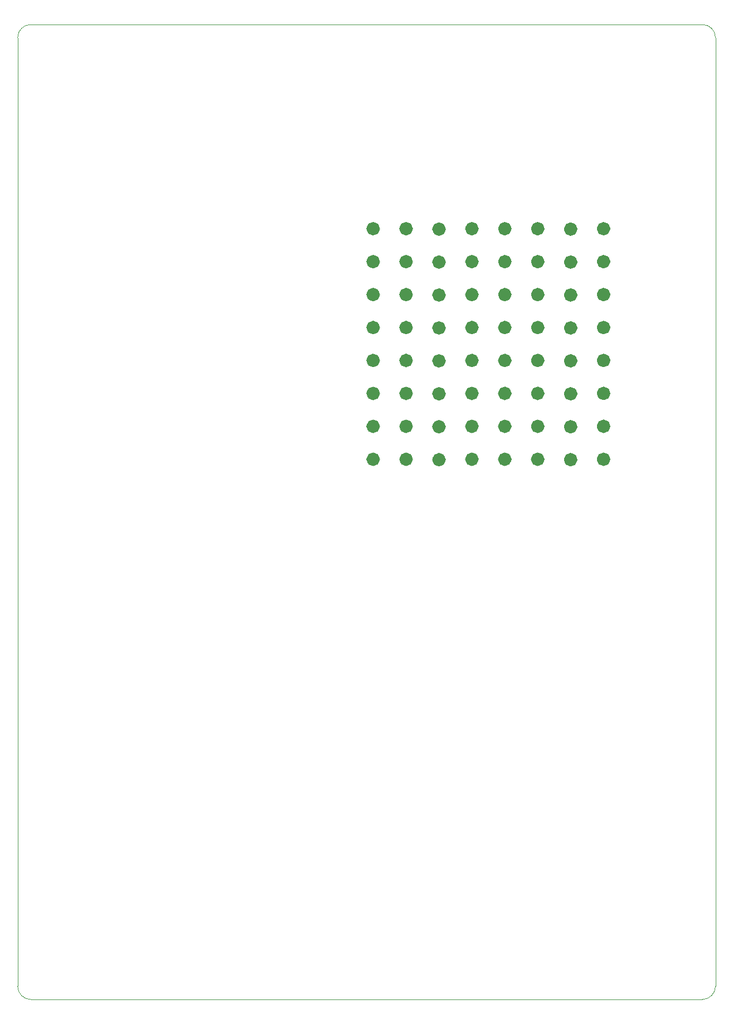
<source format=gbr>
%TF.GenerationSoftware,KiCad,Pcbnew,8.0.6*%
%TF.CreationDate,2024-11-20T00:12:52+00:00*%
%TF.ProjectId,Chirstmas-Card,43686972-7374-46d6-9173-2d436172642e,rev?*%
%TF.SameCoordinates,Original*%
%TF.FileFunction,Profile,NP*%
%FSLAX46Y46*%
G04 Gerber Fmt 4.6, Leading zero omitted, Abs format (unit mm)*
G04 Created by KiCad (PCBNEW 8.0.6) date 2024-11-20 00:12:52*
%MOMM*%
%LPD*%
G01*
G04 APERTURE LIST*
%TA.AperFunction,Profile*%
%ADD10C,0.050000*%
%TD*%
%TA.AperFunction,Profile*%
%ADD11C,1.050000*%
%TD*%
G04 APERTURE END LIST*
D10*
X42000000Y-178000000D02*
G75*
G02*
X40000000Y-176000000I0J2000000D01*
G01*
X42000000Y-30000000D02*
X144000000Y-30000000D01*
X40000000Y-176000000D02*
X40000000Y-32000000D01*
X144000000Y-178000000D02*
X42000000Y-178000000D01*
X146000000Y-176000000D02*
G75*
G02*
X144000000Y-178000000I-2000000J0D01*
G01*
X144000000Y-30000000D02*
G75*
G02*
X146000000Y-32000000I0J-2000000D01*
G01*
X146000000Y-32000000D02*
X146000000Y-176000000D01*
X40000000Y-32000000D02*
G75*
G02*
X42000000Y-30000000I2000000J0D01*
G01*
%TO.C,D43*%
D11*
X109525000Y-86000000D02*
G75*
G02*
X108475000Y-86000000I-525000J0D01*
G01*
X108475000Y-86000000D02*
G75*
G02*
X109525000Y-86000000I525000J0D01*
G01*
%TO.C,D48*%
X124525000Y-86062499D02*
G75*
G02*
X123475000Y-86062499I-525000J0D01*
G01*
X123475000Y-86062499D02*
G75*
G02*
X124525000Y-86062499I525000J0D01*
G01*
%TO.C,D59*%
X109525000Y-96000000D02*
G75*
G02*
X108475000Y-96000000I-525000J0D01*
G01*
X108475000Y-96000000D02*
G75*
G02*
X109525000Y-96000000I525000J0D01*
G01*
%TO.C,D44*%
X104525000Y-86062499D02*
G75*
G02*
X103475000Y-86062499I-525000J0D01*
G01*
X103475000Y-86062499D02*
G75*
G02*
X104525000Y-86062499I525000J0D01*
G01*
%TO.C,D52*%
X104525000Y-91062499D02*
G75*
G02*
X103475000Y-91062499I-525000J0D01*
G01*
X103475000Y-91062499D02*
G75*
G02*
X104525000Y-91062499I525000J0D01*
G01*
%TO.C,D3*%
X109525000Y-61000000D02*
G75*
G02*
X108475000Y-61000000I-525000J0D01*
G01*
X108475000Y-61000000D02*
G75*
G02*
X109525000Y-61000000I525000J0D01*
G01*
%TO.C,D49*%
X119525000Y-91000000D02*
G75*
G02*
X118475000Y-91000000I-525000J0D01*
G01*
X118475000Y-91000000D02*
G75*
G02*
X119525000Y-91000000I525000J0D01*
G01*
%TO.C,D23*%
X129525000Y-71000000D02*
G75*
G02*
X128475000Y-71000000I-525000J0D01*
G01*
X128475000Y-71000000D02*
G75*
G02*
X129525000Y-71000000I525000J0D01*
G01*
%TO.C,D5*%
X99525000Y-61000000D02*
G75*
G02*
X98475000Y-61000000I-525000J0D01*
G01*
X98475000Y-61000000D02*
G75*
G02*
X99525000Y-61000000I525000J0D01*
G01*
%TO.C,D50*%
X114525000Y-91000000D02*
G75*
G02*
X113475000Y-91000000I-525000J0D01*
G01*
X113475000Y-91000000D02*
G75*
G02*
X114525000Y-91000000I525000J0D01*
G01*
%TO.C,D61*%
X99525000Y-96000000D02*
G75*
G02*
X98475000Y-96000000I-525000J0D01*
G01*
X98475000Y-96000000D02*
G75*
G02*
X99525000Y-96000000I525000J0D01*
G01*
%TO.C,D46*%
X94525000Y-86000000D02*
G75*
G02*
X93475000Y-86000000I-525000J0D01*
G01*
X93475000Y-86000000D02*
G75*
G02*
X94525000Y-86000000I525000J0D01*
G01*
%TO.C,D56*%
X124525000Y-91062499D02*
G75*
G02*
X123475000Y-91062499I-525000J0D01*
G01*
X123475000Y-91062499D02*
G75*
G02*
X124525000Y-91062499I525000J0D01*
G01*
%TO.C,D29*%
X99525000Y-76000000D02*
G75*
G02*
X98475000Y-76000000I-525000J0D01*
G01*
X98475000Y-76000000D02*
G75*
G02*
X99525000Y-76000000I525000J0D01*
G01*
%TO.C,D38*%
X94525000Y-81000000D02*
G75*
G02*
X93475000Y-81000000I-525000J0D01*
G01*
X93475000Y-81000000D02*
G75*
G02*
X94525000Y-81000000I525000J0D01*
G01*
%TO.C,D2*%
X114525000Y-61000000D02*
G75*
G02*
X113475000Y-61000000I-525000J0D01*
G01*
X113475000Y-61000000D02*
G75*
G02*
X114525000Y-61000000I525000J0D01*
G01*
%TO.C,D55*%
X129525000Y-91000000D02*
G75*
G02*
X128475000Y-91000000I-525000J0D01*
G01*
X128475000Y-91000000D02*
G75*
G02*
X129525000Y-91000000I525000J0D01*
G01*
%TO.C,D40*%
X124525000Y-81062499D02*
G75*
G02*
X123475000Y-81062499I-525000J0D01*
G01*
X123475000Y-81062499D02*
G75*
G02*
X124525000Y-81062499I525000J0D01*
G01*
%TO.C,D41*%
X119525000Y-86000000D02*
G75*
G02*
X118475000Y-86000000I-525000J0D01*
G01*
X118475000Y-86000000D02*
G75*
G02*
X119525000Y-86000000I525000J0D01*
G01*
%TO.C,D1*%
X119525000Y-61000000D02*
G75*
G02*
X118475000Y-61000000I-525000J0D01*
G01*
X118475000Y-61000000D02*
G75*
G02*
X119525000Y-61000000I525000J0D01*
G01*
%TO.C,D11*%
X109525000Y-66000000D02*
G75*
G02*
X108475000Y-66000000I-525000J0D01*
G01*
X108475000Y-66000000D02*
G75*
G02*
X109525000Y-66000000I525000J0D01*
G01*
%TO.C,D10*%
X114525000Y-66000000D02*
G75*
G02*
X113475000Y-66000000I-525000J0D01*
G01*
X113475000Y-66000000D02*
G75*
G02*
X114525000Y-66000000I525000J0D01*
G01*
%TO.C,D42*%
X114525000Y-86000000D02*
G75*
G02*
X113475000Y-86000000I-525000J0D01*
G01*
X113475000Y-86000000D02*
G75*
G02*
X114525000Y-86000000I525000J0D01*
G01*
%TO.C,D31*%
X129525000Y-76000000D02*
G75*
G02*
X128475000Y-76000000I-525000J0D01*
G01*
X128475000Y-76000000D02*
G75*
G02*
X129525000Y-76000000I525000J0D01*
G01*
%TO.C,D20*%
X104525000Y-71062499D02*
G75*
G02*
X103475000Y-71062499I-525000J0D01*
G01*
X103475000Y-71062499D02*
G75*
G02*
X104525000Y-71062499I525000J0D01*
G01*
%TO.C,D47*%
X129525000Y-86000000D02*
G75*
G02*
X128475000Y-86000000I-525000J0D01*
G01*
X128475000Y-86000000D02*
G75*
G02*
X129525000Y-86000000I525000J0D01*
G01*
%TO.C,D39*%
X129525000Y-81000000D02*
G75*
G02*
X128475000Y-81000000I-525000J0D01*
G01*
X128475000Y-81000000D02*
G75*
G02*
X129525000Y-81000000I525000J0D01*
G01*
%TO.C,D35*%
X109525000Y-81000000D02*
G75*
G02*
X108475000Y-81000000I-525000J0D01*
G01*
X108475000Y-81000000D02*
G75*
G02*
X109525000Y-81000000I525000J0D01*
G01*
%TO.C,D15*%
X129525000Y-66000000D02*
G75*
G02*
X128475000Y-66000000I-525000J0D01*
G01*
X128475000Y-66000000D02*
G75*
G02*
X129525000Y-66000000I525000J0D01*
G01*
%TO.C,D25*%
X119525000Y-76000000D02*
G75*
G02*
X118475000Y-76000000I-525000J0D01*
G01*
X118475000Y-76000000D02*
G75*
G02*
X119525000Y-76000000I525000J0D01*
G01*
%TO.C,D64*%
X124525000Y-96062499D02*
G75*
G02*
X123475000Y-96062499I-525000J0D01*
G01*
X123475000Y-96062499D02*
G75*
G02*
X124525000Y-96062499I525000J0D01*
G01*
%TO.C,D60*%
X104525000Y-96062499D02*
G75*
G02*
X103475000Y-96062499I-525000J0D01*
G01*
X103475000Y-96062499D02*
G75*
G02*
X104525000Y-96062499I525000J0D01*
G01*
%TO.C,D4*%
X104525000Y-61062499D02*
G75*
G02*
X103475000Y-61062499I-525000J0D01*
G01*
X103475000Y-61062499D02*
G75*
G02*
X104525000Y-61062499I525000J0D01*
G01*
%TO.C,D36*%
X104525000Y-81062499D02*
G75*
G02*
X103475000Y-81062499I-525000J0D01*
G01*
X103475000Y-81062499D02*
G75*
G02*
X104525000Y-81062499I525000J0D01*
G01*
%TO.C,D62*%
X94525000Y-96000000D02*
G75*
G02*
X93475000Y-96000000I-525000J0D01*
G01*
X93475000Y-96000000D02*
G75*
G02*
X94525000Y-96000000I525000J0D01*
G01*
%TO.C,D14*%
X94525000Y-66000000D02*
G75*
G02*
X93475000Y-66000000I-525000J0D01*
G01*
X93475000Y-66000000D02*
G75*
G02*
X94525000Y-66000000I525000J0D01*
G01*
%TO.C,D17*%
X119525000Y-71000000D02*
G75*
G02*
X118475000Y-71000000I-525000J0D01*
G01*
X118475000Y-71000000D02*
G75*
G02*
X119525000Y-71000000I525000J0D01*
G01*
%TO.C,D57*%
X119525000Y-96000000D02*
G75*
G02*
X118475000Y-96000000I-525000J0D01*
G01*
X118475000Y-96000000D02*
G75*
G02*
X119525000Y-96000000I525000J0D01*
G01*
%TO.C,D32*%
X124525000Y-76062499D02*
G75*
G02*
X123475000Y-76062499I-525000J0D01*
G01*
X123475000Y-76062499D02*
G75*
G02*
X124525000Y-76062499I525000J0D01*
G01*
%TO.C,D28*%
X104525000Y-76062499D02*
G75*
G02*
X103475000Y-76062499I-525000J0D01*
G01*
X103475000Y-76062499D02*
G75*
G02*
X104525000Y-76062499I525000J0D01*
G01*
%TO.C,D7*%
X129525000Y-61000000D02*
G75*
G02*
X128475000Y-61000000I-525000J0D01*
G01*
X128475000Y-61000000D02*
G75*
G02*
X129525000Y-61000000I525000J0D01*
G01*
%TO.C,D37*%
X99525000Y-81000000D02*
G75*
G02*
X98475000Y-81000000I-525000J0D01*
G01*
X98475000Y-81000000D02*
G75*
G02*
X99525000Y-81000000I525000J0D01*
G01*
%TO.C,D54*%
X94525000Y-91000000D02*
G75*
G02*
X93475000Y-91000000I-525000J0D01*
G01*
X93475000Y-91000000D02*
G75*
G02*
X94525000Y-91000000I525000J0D01*
G01*
%TO.C,D58*%
X114525000Y-96000000D02*
G75*
G02*
X113475000Y-96000000I-525000J0D01*
G01*
X113475000Y-96000000D02*
G75*
G02*
X114525000Y-96000000I525000J0D01*
G01*
%TO.C,D63*%
X129525000Y-96000000D02*
G75*
G02*
X128475000Y-96000000I-525000J0D01*
G01*
X128475000Y-96000000D02*
G75*
G02*
X129525000Y-96000000I525000J0D01*
G01*
%TO.C,D6*%
X94525000Y-61000000D02*
G75*
G02*
X93475000Y-61000000I-525000J0D01*
G01*
X93475000Y-61000000D02*
G75*
G02*
X94525000Y-61000000I525000J0D01*
G01*
%TO.C,D27*%
X109525000Y-76000000D02*
G75*
G02*
X108475000Y-76000000I-525000J0D01*
G01*
X108475000Y-76000000D02*
G75*
G02*
X109525000Y-76000000I525000J0D01*
G01*
%TO.C,D18*%
X114525000Y-71000000D02*
G75*
G02*
X113475000Y-71000000I-525000J0D01*
G01*
X113475000Y-71000000D02*
G75*
G02*
X114525000Y-71000000I525000J0D01*
G01*
%TO.C,D24*%
X124525000Y-71062499D02*
G75*
G02*
X123475000Y-71062499I-525000J0D01*
G01*
X123475000Y-71062499D02*
G75*
G02*
X124525000Y-71062499I525000J0D01*
G01*
%TO.C,D12*%
X104525000Y-66062499D02*
G75*
G02*
X103475000Y-66062499I-525000J0D01*
G01*
X103475000Y-66062499D02*
G75*
G02*
X104525000Y-66062499I525000J0D01*
G01*
%TO.C,D34*%
X114525000Y-81000000D02*
G75*
G02*
X113475000Y-81000000I-525000J0D01*
G01*
X113475000Y-81000000D02*
G75*
G02*
X114525000Y-81000000I525000J0D01*
G01*
%TO.C,D8*%
X124525000Y-61062499D02*
G75*
G02*
X123475000Y-61062499I-525000J0D01*
G01*
X123475000Y-61062499D02*
G75*
G02*
X124525000Y-61062499I525000J0D01*
G01*
%TO.C,D9*%
X119525000Y-66000000D02*
G75*
G02*
X118475000Y-66000000I-525000J0D01*
G01*
X118475000Y-66000000D02*
G75*
G02*
X119525000Y-66000000I525000J0D01*
G01*
%TO.C,D33*%
X119525000Y-81000000D02*
G75*
G02*
X118475000Y-81000000I-525000J0D01*
G01*
X118475000Y-81000000D02*
G75*
G02*
X119525000Y-81000000I525000J0D01*
G01*
%TO.C,D19*%
X109525000Y-71000000D02*
G75*
G02*
X108475000Y-71000000I-525000J0D01*
G01*
X108475000Y-71000000D02*
G75*
G02*
X109525000Y-71000000I525000J0D01*
G01*
%TO.C,D30*%
X94525000Y-76000000D02*
G75*
G02*
X93475000Y-76000000I-525000J0D01*
G01*
X93475000Y-76000000D02*
G75*
G02*
X94525000Y-76000000I525000J0D01*
G01*
%TO.C,D45*%
X99525000Y-86000000D02*
G75*
G02*
X98475000Y-86000000I-525000J0D01*
G01*
X98475000Y-86000000D02*
G75*
G02*
X99525000Y-86000000I525000J0D01*
G01*
%TO.C,D53*%
X99525000Y-91000000D02*
G75*
G02*
X98475000Y-91000000I-525000J0D01*
G01*
X98475000Y-91000000D02*
G75*
G02*
X99525000Y-91000000I525000J0D01*
G01*
%TO.C,D26*%
X114525000Y-76000000D02*
G75*
G02*
X113475000Y-76000000I-525000J0D01*
G01*
X113475000Y-76000000D02*
G75*
G02*
X114525000Y-76000000I525000J0D01*
G01*
%TO.C,D16*%
X124525000Y-66062499D02*
G75*
G02*
X123475000Y-66062499I-525000J0D01*
G01*
X123475000Y-66062499D02*
G75*
G02*
X124525000Y-66062499I525000J0D01*
G01*
%TO.C,D51*%
X109525000Y-91000000D02*
G75*
G02*
X108475000Y-91000000I-525000J0D01*
G01*
X108475000Y-91000000D02*
G75*
G02*
X109525000Y-91000000I525000J0D01*
G01*
%TO.C,D22*%
X94525000Y-71000000D02*
G75*
G02*
X93475000Y-71000000I-525000J0D01*
G01*
X93475000Y-71000000D02*
G75*
G02*
X94525000Y-71000000I525000J0D01*
G01*
%TO.C,D21*%
X99525000Y-71000000D02*
G75*
G02*
X98475000Y-71000000I-525000J0D01*
G01*
X98475000Y-71000000D02*
G75*
G02*
X99525000Y-71000000I525000J0D01*
G01*
%TO.C,D13*%
X99525000Y-66000000D02*
G75*
G02*
X98475000Y-66000000I-525000J0D01*
G01*
X98475000Y-66000000D02*
G75*
G02*
X99525000Y-66000000I525000J0D01*
G01*
%TD*%
M02*

</source>
